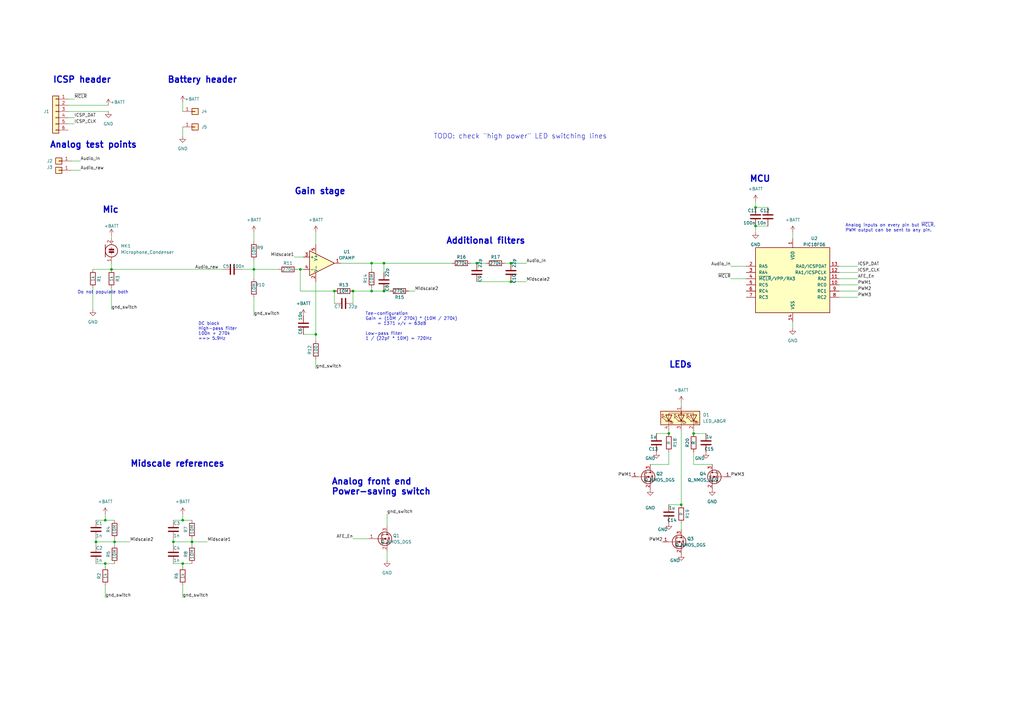
<source format=kicad_sch>
(kicad_sch (version 20211123) (generator eeschema)
  (paper "A3")
  (lib_symbols
    (symbol "Amplifier_Operational:MCP6L91T-EOT" (pin_names (offset 0.127))
      (property "Reference" "U" (at -1.27 6.35 0))
      (property "Value" "MCP6L91T-EOT" (at -1.27 3.81 0))
      (symbol "MCP6L91T-EOT_0_1"
        (polyline (pts (xy -5.08 5.08) (xy 5.08 0) (xy -5.08 -5.08) (xy -5.08 5.08)) (stroke (width 0.254)) (fill (type background)))
        (pin power_in line (at -2.54 -7.62 90) (length 3.81) (name "V-") (number "2"))
        (pin power_in line (at -2.54 7.62 270) (length 3.81) (name "V+") (number "5"))
      )
      (symbol "MCP6L91T-EOT_1_1"
        (pin output line (at 7.62 0 180) (length 2.54) (name "~") (number "1"))
        (pin input line (at -7.62 2.54 0) (length 2.54) (name "+") (number "3"))
        (pin input line (at -7.62 -2.54 0) (length 2.54) (name "-") (number "4"))
      )
    )
    (symbol "Connector_Generic:Conn_01x01" (pin_names (offset 1.016) hide)
      (property "Reference" "J" (at 0 2.54 0))
      (property "Value" "Conn_01x01" (at 0 -2.54 0))
      (symbol "Conn_01x01_1_1"
        (rectangle (start -1.27 0.127) (end 0 -0.127) (stroke (width 0.1524)))
        (rectangle (start -1.27 1.27) (end 1.27 -1.27) (stroke (width 0.254)) (fill (type background)))
        (pin passive line (at -5.08 0 0) (length 3.81) (name "Pin_1") (number "1"))
      )
    )
    (symbol "Connector_Generic:Conn_01x06" (pin_names (offset 1.016) hide)
      (property "Reference" "J" (at 0 7.62 0))
      (property "Value" "Conn_01x06" (at 0 -10.16 0))
      (symbol "Conn_01x06_1_1"
        (rectangle (start -1.27 -7.493) (end 0 -7.747) (stroke (width 0.1524)))
        (rectangle (start -1.27 -4.953) (end 0 -5.207) (stroke (width 0.1524)))
        (rectangle (start -1.27 -2.413) (end 0 -2.667) (stroke (width 0.1524)))
        (rectangle (start -1.27 0.127) (end 0 -0.127) (stroke (width 0.1524)))
        (rectangle (start -1.27 2.667) (end 0 2.413) (stroke (width 0.1524)))
        (rectangle (start -1.27 5.207) (end 0 4.953) (stroke (width 0.1524)))
        (rectangle (start -1.27 6.35) (end 1.27 -8.89) (stroke (width 0.254)) (fill (type background)))
        (pin passive line (at -5.08 5.08 0) (length 3.81) (name "Pin_1") (number "1"))
        (pin passive line (at -5.08 2.54 0) (length 3.81) (name "Pin_2") (number "2"))
        (pin passive line (at -5.08 0 0) (length 3.81) (name "Pin_3") (number "3"))
        (pin passive line (at -5.08 -2.54 0) (length 3.81) (name "Pin_4") (number "4"))
        (pin passive line (at -5.08 -5.08 0) (length 3.81) (name "Pin_5") (number "5"))
        (pin passive line (at -5.08 -7.62 0) (length 3.81) (name "Pin_6") (number "6"))
      )
    )
    (symbol "Device:C" (pin_numbers hide) (pin_names (offset 0.254))
      (property "Reference" "C" (at 0.635 2.54 0))
      (property "Value" "C" (at 0.635 -2.54 0))
      (symbol "C_0_1"
        (polyline (pts (xy -2.032 -0.762) (xy 2.032 -0.762)) (stroke (width 0.508)))
        (polyline (pts (xy -2.032 0.762) (xy 2.032 0.762)) (stroke (width 0.508)))
      )
      (symbol "C_1_1"
        (pin passive line (at 0 3.81 270) (length 2.794) (name "~") (number "1"))
        (pin passive line (at 0 -3.81 90) (length 2.794) (name "~") (number "2"))
      )
    )
    (symbol "Device:LED_ABGR" (pin_names (offset 0) hide)
      (property "Reference" "D" (at 0 9.398 0))
      (property "Value" "LED_ABGR" (at 0 -8.89 0))
      (symbol "LED_ABGR_0_0"
        (text "B" (at -1.905 -6.35 0) (effects (font (size 1.27 1.27))))
        (text "G" (at -1.905 -1.27 0) (effects (font (size 1.27 1.27))))
        (text "R" (at -1.905 3.81 0) (effects (font (size 1.27 1.27))))
      )
      (symbol "LED_ABGR_0_1"
        (polyline (pts (xy -1.27 -5.08) (xy -2.54 -5.08)))
        (polyline (pts (xy -1.27 -5.08) (xy 1.27 -5.08)))
        (polyline (pts (xy -1.27 -3.81) (xy -1.27 -6.35)) (stroke (width 0.254)))
        (polyline (pts (xy -1.27 0) (xy -2.54 0)))
        (polyline (pts (xy -1.27 1.27) (xy -1.27 -1.27)) (stroke (width 0.254)))
        (polyline (pts (xy -1.27 5.08) (xy -2.54 5.08)))
        (polyline (pts (xy -1.27 5.08) (xy 1.27 5.08)))
        (polyline (pts (xy -1.27 6.35) (xy -1.27 3.81)) (stroke (width 0.254)))
        (polyline (pts (xy 1.27 0) (xy -1.27 0)))
        (polyline (pts (xy 1.27 0) (xy 2.54 0)))
        (polyline (pts (xy -1.27 1.27) (xy -1.27 -1.27) (xy -1.27 -1.27)))
        (polyline (pts (xy -1.27 6.35) (xy -1.27 3.81) (xy -1.27 3.81)))
        (polyline (pts (xy 1.27 -5.08) (xy 2.032 -5.08) (xy 2.032 5.08) (xy 1.27 5.08)))
        (polyline (pts (xy 1.27 -3.81) (xy 1.27 -6.35) (xy -1.27 -5.08) (xy 1.27 -3.81)) (stroke (width 0.254)))
        (polyline (pts (xy 1.27 1.27) (xy 1.27 -1.27) (xy -1.27 0) (xy 1.27 1.27)) (stroke (width 0.254)))
        (polyline (pts (xy 1.27 6.35) (xy 1.27 3.81) (xy -1.27 5.08) (xy 1.27 6.35)) (stroke (width 0.254)))
        (polyline (pts (xy -1.016 -3.81) (xy 0.508 -2.286) (xy -0.254 -2.286) (xy 0.508 -2.286) (xy 0.508 -3.048)))
        (polyline (pts (xy -1.016 1.27) (xy 0.508 2.794) (xy -0.254 2.794) (xy 0.508 2.794) (xy 0.508 2.032)))
        (polyline (pts (xy -1.016 6.35) (xy 0.508 7.874) (xy -0.254 7.874) (xy 0.508 7.874) (xy 0.508 7.112)))
        (polyline (pts (xy 0 -3.81) (xy 1.524 -2.286) (xy 0.762 -2.286) (xy 1.524 -2.286) (xy 1.524 -3.048)))
        (polyline (pts (xy 0 1.27) (xy 1.524 2.794) (xy 0.762 2.794) (xy 1.524 2.794) (xy 1.524 2.032)))
        (polyline (pts (xy 0 6.35) (xy 1.524 7.874) (xy 0.762 7.874) (xy 1.524 7.874) (xy 1.524 7.112)))
        (rectangle (start 1.27 -1.27) (end 1.27 1.27))
        (rectangle (start 1.27 1.27) (end 1.27 1.27))
        (rectangle (start 1.27 3.81) (end 1.27 6.35))
        (rectangle (start 1.27 6.35) (end 1.27 6.35))
        (circle (center 2.032 0) (radius 0.254) (fill (type outline)))
        (rectangle (start 2.794 8.382) (end -2.794 -7.62) (stroke (width 0.254)) (fill (type background)))
      )
      (symbol "LED_ABGR_1_1"
        (pin passive line (at 5.08 0 180) (length 2.54) (name "A") (number "1"))
        (pin passive line (at -5.08 -5.08 0) (length 2.54) (name "BK") (number "2"))
        (pin passive line (at -5.08 0 0) (length 2.54) (name "GK") (number "3"))
        (pin passive line (at -5.08 5.08 0) (length 2.54) (name "RK") (number "4"))
      )
    )
    (symbol "Device:Microphone_Condenser" (pin_names (offset 0.0254) hide)
      (property "Reference" "MK" (at -3.302 1.27 0))
      (property "Value" "Microphone_Condenser" (at -3.302 -0.635 0))
      (symbol "Microphone_Condenser_0_1"
        (polyline (pts (xy -2.54 2.54) (xy -2.54 -2.54)) (stroke (width 0.254)))
        (polyline (pts (xy 0 -0.762) (xy 0 -1.524)))
        (polyline (pts (xy 0 0.762) (xy 0 1.524)))
        (polyline (pts (xy 0.254 3.81) (xy 0.762 3.81)))
        (polyline (pts (xy 0.508 4.064) (xy 0.508 3.556)))
        (circle (center 0 0) (radius 2.54) (stroke (width 0.254)))
        (rectangle (start 1.016 -0.254) (end -1.016 -0.762) (fill (type outline)))
        (rectangle (start 1.016 0.762) (end -1.016 0.254) (fill (type outline)))
      )
      (symbol "Microphone_Condenser_1_1"
        (pin passive line (at 0 -5.08 90) (length 2.54) (name "-") (number "1"))
        (pin passive line (at 0 5.08 270) (length 2.54) (name "+") (number "2"))
      )
    )
    (symbol "Device:Q_NMOS_GSD" (pin_names (offset 0) hide)
      (property "Reference" "Q" (at 5.08 1.27 0))
      (property "Value" "Q_NMOS_GSD" (at 5.08 -1.27 0))
      (symbol "Q_NMOS_GSD_0_1"
        (polyline (pts (xy 0.254 0) (xy -2.54 0)))
        (polyline (pts (xy 0.254 1.905) (xy 0.254 -1.905)) (stroke (width 0.254)))
        (polyline (pts (xy 0.762 -1.27) (xy 0.762 -2.286)) (stroke (width 0.254)))
        (polyline (pts (xy 0.762 0.508) (xy 0.762 -0.508)) (stroke (width 0.254)))
        (polyline (pts (xy 0.762 2.286) (xy 0.762 1.27)) (stroke (width 0.254)))
        (polyline (pts (xy 2.54 2.54) (xy 2.54 1.778)))
        (polyline (pts (xy 2.54 -2.54) (xy 2.54 0) (xy 0.762 0)))
        (polyline (pts (xy 0.762 -1.778) (xy 3.302 -1.778) (xy 3.302 1.778) (xy 0.762 1.778)))
        (polyline (pts (xy 1.016 0) (xy 2.032 0.381) (xy 2.032 -0.381) (xy 1.016 0)) (fill (type outline)))
        (polyline (pts (xy 2.794 0.508) (xy 2.921 0.381) (xy 3.683 0.381) (xy 3.81 0.254)))
        (polyline (pts (xy 3.302 0.381) (xy 2.921 -0.254) (xy 3.683 -0.254) (xy 3.302 0.381)))
        (circle (center 1.651 0) (radius 2.794) (stroke (width 0.254)))
        (circle (center 2.54 -1.778) (radius 0.254) (fill (type outline)))
        (circle (center 2.54 1.778) (radius 0.254) (fill (type outline)))
      )
      (symbol "Q_NMOS_GSD_1_1"
        (pin input line (at -5.08 0 0) (length 2.54) (name "G") (number "1"))
        (pin passive line (at 2.54 -5.08 90) (length 2.54) (name "S") (number "2"))
        (pin passive line (at 2.54 5.08 270) (length 2.54) (name "D") (number "3"))
      )
    )
    (symbol "Device:R" (pin_numbers hide) (pin_names (offset 0))
      (property "Reference" "R" (at 2.032 0 90))
      (property "Value" "R" (at 0 0 90))
      (symbol "R_0_1"
        (rectangle (start -1.016 -2.54) (end 1.016 2.54) (stroke (width 0.254)))
      )
      (symbol "R_1_1"
        (pin passive line (at 0 3.81 270) (length 1.27) (name "~") (number "1"))
        (pin passive line (at 0 -3.81 90) (length 1.27) (name "~") (number "2"))
      )
    )
    (symbol "power:+BATT" (power) (pin_names (offset 0))
      (property "Value" "+BATT" (at 0 3.556 0))
      (symbol "+BATT_0_1"
        (polyline (pts (xy -0.762 1.27) (xy 0 2.54)))
        (polyline (pts (xy 0 0) (xy 0 2.54)))
        (polyline (pts (xy 0 2.54) (xy 0.762 1.27)))
      )
      (symbol "+BATT_1_1"
        (pin power_in line (at 0 0 90) (length 0) hide (name "+BATT") (number "1"))
      )
    )
    (symbol "power:GND" (power) (pin_names (offset 0))
      (property "Value" "GND" (at 0 -3.81 0))
      (symbol "GND_0_1"
        (polyline (pts (xy 0 0) (xy 0 -1.27) (xy 1.27 -1.27) (xy 0 -2.54) (xy -1.27 -1.27) (xy 0 -1.27)))
      )
      (symbol "GND_1_1"
        (pin power_in line (at 0 0 270) (length 0) hide (name "GND") (number "1"))
      )
    )
    (symbol "user:PIC18F06Q41" (pin_names (offset 1.27))
      (property "Reference" "U" (at -8.89 8.89 0))
      (property "Value" "PIC18F06Q41" (at 0 -5.08 0))
      (symbol "PIC18F06Q41_0_1"
        (rectangle (start -15.24 12.7) (end 15.24 -13.97) (stroke (width 0.254)) (fill (type background)))
      )
      (symbol "PIC18F06Q41_1_1"
        (pin power_in line (at 0 16.51 270) (length 3.81) (name "VDD") (number "1"))
        (pin bidirectional line (at 19.05 -2.54 180) (length 3.81) (name "RC0") (number "10"))
        (pin bidirectional line (at 19.05 0 180) (length 3.81) (name "RA2") (number "11"))
        (pin bidirectional line (at 19.05 2.54 180) (length 3.81) (name "RA1/ICSPCLK") (number "12"))
        (pin bidirectional line (at 19.05 5.08 180) (length 3.81) (name "RA0/ICSPDAT") (number "13"))
        (pin power_in line (at 0 -17.78 90) (length 3.81) (name "VSS") (number "14"))
        (pin bidirectional line (at -19.05 5.08 0) (length 3.81) (name "RA5") (number "2"))
        (pin bidirectional line (at -19.05 2.54 0) (length 3.81) (name "RA4") (number "3"))
        (pin bidirectional line (at -19.05 0 0) (length 3.81) (name "~{MCLR}/VPP/RA3") (number "4"))
        (pin bidirectional line (at -19.05 -2.54 0) (length 3.81) (name "RC5") (number "5"))
        (pin bidirectional line (at -19.05 -5.08 0) (length 3.81) (name "RC4") (number "6"))
        (pin bidirectional line (at -19.05 -7.62 0) (length 3.81) (name "RC3") (number "7"))
        (pin bidirectional line (at 19.05 -7.62 180) (length 3.81) (name "RC2") (number "8"))
        (pin bidirectional line (at 19.05 -5.08 180) (length 3.81) (name "RC1") (number "9"))
      )
    )
  )
  (junction (at 157.48 119.38))
  (junction (at 209.55 107.95))
  (junction (at 152.4 107.95))
  (junction (at 104.14 110.49))
  (junction (at 45.72 110.49))
  (junction (at 123.19 110.49))
  (junction (at 46.99 222.25))
  (junction (at 195.58 107.95))
  (junction (at 74.93 231.14))
  (junction (at 209.55 115.57))
  (junction (at 309.88 85.09))
  (junction (at 74.93 213.36))
  (junction (at 144.78 119.38))
  (junction (at 274.32 177.8))
  (junction (at 137.16 119.38))
  (junction (at 284.48 177.8))
  (junction (at 43.18 231.14))
  (junction (at 157.48 107.95))
  (junction (at 78.74 222.25))
  (junction (at 309.88 92.71))
  (junction (at 129.54 137.16))
  (junction (at 279.4 207.01))
  (junction (at 152.4 119.38))
  (junction (at 39.37 222.25))
  (junction (at 71.12 222.25))
  (junction (at 43.18 213.36))
  (wire (pts (xy 43.18 213.36) (xy 46.99 213.36)))
  (wire (pts (xy 43.18 240.03) (xy 43.18 245.11)))
  (wire (pts (xy 39.37 213.36) (xy 43.18 213.36)))
  (wire (pts (xy 74.93 231.14) (xy 74.93 232.41)))
  (wire (pts (xy 39.37 231.14) (xy 43.18 231.14)))
  (wire (pts (xy 71.12 220.98) (xy 71.12 222.25)))
  (wire (pts (xy 45.72 96.52) (xy 45.72 97.79)))
  (wire (pts (xy 33.02 69.85) (xy 29.21 69.85)))
  (wire (pts (xy 46.99 222.25) (xy 53.34 222.25)))
  (wire (pts (xy 104.14 106.68) (xy 104.14 110.49)))
  (wire (pts (xy 129.54 100.33) (xy 129.54 95.25)))
  (wire (pts (xy 279.4 176.53) (xy 279.4 207.01)))
  (wire (pts (xy 74.93 240.03) (xy 74.93 245.11)))
  (wire (pts (xy 269.24 177.8) (xy 274.32 177.8)))
  (wire (pts (xy 152.4 107.95) (xy 157.48 107.95)))
  (wire (pts (xy 74.93 41.91) (xy 74.93 45.72)))
  (wire (pts (xy 289.56 177.8) (xy 284.48 177.8)))
  (wire (pts (xy 121.92 110.49) (xy 123.19 110.49)))
  (wire (pts (xy 30.48 40.64) (xy 27.94 40.64)))
  (wire (pts (xy 152.4 110.49) (xy 152.4 107.95)))
  (wire (pts (xy 39.37 220.98) (xy 39.37 222.25)))
  (wire (pts (xy 123.19 119.38) (xy 137.16 119.38)))
  (wire (pts (xy 284.48 176.53) (xy 284.48 177.8)))
  (wire (pts (xy 104.14 95.25) (xy 104.14 99.06)))
  (wire (pts (xy 157.48 119.38) (xy 152.4 119.38)))
  (wire (pts (xy 45.72 110.49) (xy 91.44 110.49)))
  (wire (pts (xy 167.64 119.38) (xy 170.18 119.38)))
  (wire (pts (xy 266.7 190.5) (xy 274.32 190.5)))
  (wire (pts (xy 124.46 137.16) (xy 129.54 137.16)))
  (wire (pts (xy 207.01 107.95) (xy 209.55 107.95)))
  (wire (pts (xy 123.19 110.49) (xy 124.46 110.49)))
  (wire (pts (xy 195.58 107.95) (xy 199.39 107.95)))
  (wire (pts (xy 43.18 210.82) (xy 43.18 213.36)))
  (wire (pts (xy 152.4 119.38) (xy 152.4 118.11)))
  (wire (pts (xy 344.17 114.3) (xy 351.79 114.3)))
  (wire (pts (xy 309.88 92.71) (xy 309.88 95.25)))
  (wire (pts (xy 209.55 115.57) (xy 215.9 115.57)))
  (wire (pts (xy 71.12 213.36) (xy 74.93 213.36)))
  (wire (pts (xy 279.4 165.1) (xy 279.4 166.37)))
  (wire (pts (xy 158.75 226.06) (xy 158.75 229.87)))
  (wire (pts (xy 160.02 119.38) (xy 157.48 119.38)))
  (wire (pts (xy 129.54 151.13) (xy 129.54 147.32)))
  (wire (pts (xy 30.48 48.26) (xy 27.94 48.26)))
  (wire (pts (xy 78.74 222.25) (xy 78.74 223.52)))
  (wire (pts (xy 46.99 222.25) (xy 46.99 223.52)))
  (wire (pts (xy 78.74 220.98) (xy 78.74 222.25)))
  (wire (pts (xy 351.79 109.22) (xy 344.17 109.22)))
  (wire (pts (xy 71.12 231.14) (xy 74.93 231.14)))
  (wire (pts (xy 137.16 124.46) (xy 137.16 119.38)))
  (wire (pts (xy 27.94 43.18) (xy 44.45 43.18)))
  (wire (pts (xy 195.58 115.57) (xy 209.55 115.57)))
  (wire (pts (xy 33.02 66.04) (xy 29.21 66.04)))
  (wire (pts (xy 43.18 231.14) (xy 43.18 232.41)))
  (wire (pts (xy 325.12 132.08) (xy 325.12 134.62)))
  (wire (pts (xy 78.74 222.25) (xy 85.09 222.25)))
  (wire (pts (xy 209.55 107.95) (xy 215.9 107.95)))
  (wire (pts (xy 74.93 231.14) (xy 78.74 231.14)))
  (wire (pts (xy 46.99 220.98) (xy 46.99 222.25)))
  (wire (pts (xy 71.12 222.25) (xy 78.74 222.25)))
  (wire (pts (xy 284.48 185.42) (xy 284.48 190.5)))
  (wire (pts (xy 351.79 116.84) (xy 344.17 116.84)))
  (wire (pts (xy 104.14 110.49) (xy 114.3 110.49)))
  (wire (pts (xy 279.4 214.63) (xy 279.4 217.17)))
  (wire (pts (xy 120.65 105.41) (xy 124.46 105.41)))
  (wire (pts (xy 104.14 121.92) (xy 104.14 129.54)))
  (wire (pts (xy 274.32 185.42) (xy 274.32 190.5)))
  (wire (pts (xy 71.12 222.25) (xy 71.12 223.52)))
  (wire (pts (xy 351.79 121.92) (xy 344.17 121.92)))
  (wire (pts (xy 45.72 107.95) (xy 45.72 110.49)))
  (wire (pts (xy 74.93 213.36) (xy 78.74 213.36)))
  (wire (pts (xy 139.7 107.95) (xy 152.4 107.95)))
  (wire (pts (xy 39.37 222.25) (xy 46.99 222.25)))
  (wire (pts (xy 274.32 207.01) (xy 279.4 207.01)))
  (wire (pts (xy 99.06 110.49) (xy 104.14 110.49)))
  (wire (pts (xy 274.32 176.53) (xy 274.32 177.8)))
  (wire (pts (xy 351.79 111.76) (xy 344.17 111.76)))
  (wire (pts (xy 158.75 215.9) (xy 158.75 210.82)))
  (wire (pts (xy 45.72 118.11) (xy 45.72 127)))
  (wire (pts (xy 144.78 119.38) (xy 144.78 124.46)))
  (wire (pts (xy 27.94 45.72) (xy 44.45 45.72)))
  (wire (pts (xy 144.78 220.98) (xy 151.13 220.98)))
  (wire (pts (xy 157.48 107.95) (xy 157.48 111.76)))
  (wire (pts (xy 104.14 110.49) (xy 104.14 114.3)))
  (wire (pts (xy 306.07 109.22) (xy 299.72 109.22)))
  (wire (pts (xy 38.1 110.49) (xy 45.72 110.49)))
  (wire (pts (xy 123.19 110.49) (xy 123.19 119.38)))
  (wire (pts (xy 157.48 107.95) (xy 185.42 107.95)))
  (wire (pts (xy 74.93 52.07) (xy 74.93 55.88)))
  (wire (pts (xy 309.88 92.71) (xy 314.96 92.71)))
  (wire (pts (xy 38.1 118.11) (xy 38.1 127)))
  (wire (pts (xy 129.54 115.57) (xy 129.54 137.16)))
  (wire (pts (xy 299.72 114.3) (xy 306.07 114.3)))
  (wire (pts (xy 129.54 137.16) (xy 129.54 139.7)))
  (wire (pts (xy 309.88 82.55) (xy 309.88 85.09)))
  (wire (pts (xy 309.88 85.09) (xy 314.96 85.09)))
  (wire (pts (xy 144.78 119.38) (xy 152.4 119.38)))
  (wire (pts (xy 325.12 95.25) (xy 325.12 97.79)))
  (wire (pts (xy 193.04 107.95) (xy 195.58 107.95)))
  (wire (pts (xy 284.48 190.5) (xy 292.1 190.5)))
  (wire (pts (xy 30.48 50.8) (xy 27.94 50.8)))
  (wire (pts (xy 74.93 210.82) (xy 74.93 213.36)))
  (wire (pts (xy 43.18 231.14) (xy 46.99 231.14)))
  (wire (pts (xy 39.37 222.25) (xy 39.37 223.52)))
  (wire (pts (xy 351.79 119.38) (xy 344.17 119.38)))
  (text "MCU" (at 307.34 74.93 0) (effects (font (size 2.54 2.54) (thickness 0.508) bold) (justify left bottom)))
  (text "Mic" (at 41.91 87.63 0) (effects (font (size 2.54 2.54) (thickness 0.508) bold) (justify left bottom)))
  (text "Do not populate both" (at 31.75 120.65 0) (effects (font (size 1.27 1.27)) (justify left bottom)))
  (text "Battery header" (at 68.58 34.29 0) (effects (font (size 2.54 2.54) (thickness 0.508) bold) (justify left bottom)))
  (text "Gain stage" (at 120.65 80.01 0) (effects (font (size 2.54 2.54) (thickness 0.508) bold) (justify left bottom)))
  (text "Tee-configuration\nGain = (10M / 270k) * (10M / 270k)\n     = 1371 v/v = 63dB\n\nLow-pass filter\n1 / (22pF * 10M) = 720Hz" (at 149.86 139.7 0) (effects (font (size 1.27 1.27)) (justify left bottom)))
  (text "Analog front end\nPower-saving switch" (at 135.89 203.2 0) (effects (font (size 2.54 2.54) (thickness 0.508) bold) (justify left bottom)))
  (text "DC block\nHigh-pass filter\n100n + 270k\n==> 5.9Hz" (at 81.28 139.7 0) (effects (font (size 1.27 1.27)) (justify left bottom)))
  (text "Analog inputs on every pin but ~{MCLR}.\nPWM output can be sent to any pin." (at 346.71 95.25 0) (effects (font (size 1.27 1.27)) (justify left bottom)))
  (text "Additional filters" (at 182.88 100.33 0) (effects (font (size 2.54 2.54) (thickness 0.508) bold) (justify left bottom)))
  (text "TODO: check \"high power\" LED switching lines" (at 177.8 57.15 0) (effects (font (size 2 2)) (justify left bottom)))
  (text "LEDs" (at 274.32 151.13 0) (effects (font (size 2.54 2.54) (thickness 0.508) bold) (justify left bottom)))
  (text "Analog test points" (at 20.32 60.96 0) (effects (font (size 2.54 2.54) (thickness 0.508) bold) (justify left bottom)))
  (text "ICSP header" (at 21.59 34.29 0) (effects (font (size 2.54 2.54) (thickness 0.508) bold) (justify left bottom)))
  (text "Midscale references" (at 53.34 191.77 0) (effects (font (size 2.54 2.54) (thickness 0.508) bold) (justify left bottom)))
  (label "~{MCLR}" (at 299.72 114.3 180))
  (label "ICSP_DAT" (at 351.79 109.22 0))
  (label "Midscale2" (at 215.9 115.57 0))
  (label "Midscale2" (at 170.18 119.38 0))
  (label "Midscale1" (at 85.09 222.25 0))
  (label "Audio_raw" (at 33.02 69.85 0))
  (label "PWM2" (at 351.79 119.38 0))
  (label "PWM1" (at 259.08 195.58 180))
  (label "PWM3" (at 351.79 121.92 0))
  (label "gnd_switch" (at 158.75 210.82 0))
  (label "PWM1" (at 351.79 116.84 0))
  (label "Midscale2" (at 53.34 222.25 0))
  (label "gnd_switch" (at 104.14 129.54 0))
  (label "Audio_raw" (at 80.01 110.49 0))
  (label "Midscale1" (at 120.65 105.41 180))
  (label "gnd_switch" (at 129.54 151.13 0))
  (label "PWM2" (at 271.78 222.25 180))
  (label "Audio_In" (at 33.02 66.04 0))
  (label "ICSP_DAT" (at 30.48 48.26 0))
  (label "gnd_switch" (at 45.72 127 0))
  (label "AFE_En" (at 351.79 114.3 0))
  (label "AFE_En" (at 144.78 220.98 180))
  (label "gnd_switch" (at 43.18 245.11 0))
  (label "~{MCLR}" (at 30.48 40.64 0))
  (label "Audio_In" (at 215.9 107.95 0))
  (label "gnd_switch" (at 74.93 245.11 0))
  (label "ICSP_CLK" (at 30.48 50.8 0))
  (label "ICSP_CLK" (at 351.79 111.76 0))
  (label "PWM3" (at 299.72 195.58 0))
  (label "Audio_In" (at 299.72 109.22 180))
  (symbol (lib_id "power:+BATT") (at 74.93 210.82 0) (unit 1)
    (property "Reference" "#PWR08" (effects hide))
    (property "Value" "+BATT" (at 74.93 205.74 0))
  )
  (symbol (lib_id "Connector_Generic:Conn_01x01") (at 80.01 45.72 0) (unit 1)
    (property "Reference" "J4" (at 82.55 45.7199 0) (effects (justify left)))
    (property "Value" "Conn_01x01" (effects hide))
    (property "Footprint" "TestPoint:TestPoint_Loop_D2.50mm_Drill1.0mm" (effects hide))
    (property "PN" "5000 (Keystone)" (effects hide))
  )
  (symbol (lib_id "Device:Microphone_Condenser") (at 45.72 102.87 0) (unit 1)
    (property "Reference" "MK1" (at 49.53 100.9014 0) (effects (justify left)))
    (property "Value" "Microphone_Condenser" (at 49.53 103.4414 0) (effects (justify left)))
    (property "Footprint" "User:ElectretCondenserMic_SMT_MO063602-1" (effects hide))
    (property "Part Number" "MO063602-1" (effects hide))
  )
  (symbol (lib_id "power:+BATT") (at 74.93 41.91 0) (unit 1)
    (property "Reference" "#PWR06" (effects hide))
    (property "Value" "+BATT" (at 78.74 40.64 0))
  )
  (symbol (lib_id "Connector_Generic:Conn_01x06") (at 22.86 45.72 0) (mirror y) (unit 1)
    (property "Reference" "J1" (at 19.05 45.72 0))
    (property "Value" "Conn_01x05" (effects hide))
    (property "Footprint" "Connector_PinHeader_1.27mm:PinHeader_2x03_P1.27mm_Vertical" (effects hide))
  )
  (symbol (lib_id "power:GND") (at 266.7 200.66 0) (unit 1)
    (property "Reference" "#PWR013" (effects hide))
    (property "Value" "GND" (at 266.7 208.28 0))
  )
  (symbol (lib_id "Device:R") (at 38.1 114.3 0) (unit 1)
    (property "Reference" "R1" (at 40.64 114.3 90))
    (property "Value" "1k" (at 38.1 114.3 90))
    (property "Footprint" "Resistor_SMD:R_0603_1608Metric" (effects hide))
  )
  (symbol (lib_id "power:+BATT") (at 104.14 95.25 0) (unit 1)
    (property "Reference" "#PWR09" (effects hide))
    (property "Value" "+BATT" (at 104.14 90.17 0))
  )
  (symbol (lib_id "power:GND") (at 44.45 45.72 0) (mirror y) (unit 1)
    (property "Reference" "#PWR04" (effects hide))
    (property "Value" "GND" (at 44.45 50.8 0))
  )
  (symbol (lib_id "Device:C") (at 314.96 88.9 0) (unit 1)
    (property "Reference" "C12" (at 313.69 86.36 0))
    (property "Value" "10n" (at 312.42 91.44 0))
    (property "Footprint" "Capacitor_SMD:C_0603_1608Metric" (effects hide))
  )
  (symbol (lib_id "power:GND") (at 289.56 185.42 0) (unit 1)
    (property "Reference" "#PWR023" (effects hide))
    (property "Value" "GND" (at 287.02 187.96 0))
  )
  (symbol (lib_id "power:GND") (at 325.12 134.62 0) (unit 1)
    (property "Reference" "#PWR020" (effects hide))
    (property "Value" "GND" (at 325.12 139.7 0))
  )
  (symbol (lib_id "Device:R") (at 104.14 118.11 0) (unit 1)
    (property "Reference" "R10" (at 106.68 116.8399 0))
    (property "Value" "10M" (at 104.14 118.11 90))
    (property "Footprint" "Resistor_SMD:R_0603_1608Metric" (effects hide))
    (property "PN" "RMCF0603FT10M0" (effects hide))
  )
  (symbol (lib_id "Device:Q_NMOS_GSD") (at 276.86 222.25 0) (unit 1)
    (property "Reference" "Q3" (at 283.21 220.9799 0))
    (property "Value" "Q_NMOS_DGS" (at 283.21 223.5199 0))
    (property "Footprint" "Package_TO_SOT_SMD:SOT-23" (effects hide))
  )
  (symbol (lib_id "Device:R") (at 152.4 114.3 180) (unit 1)
    (property "Reference" "R14" (at 149.86 114.3 90))
    (property "Value" "10M" (at 152.4 114.3 90))
    (property "Footprint" "Resistor_SMD:R_0603_1608Metric" (effects hide))
    (property "PN" "RMCF0603FT10M0" (effects hide))
  )
  (symbol (lib_id "Device:R") (at 43.18 236.22 180) (unit 1)
    (property "Reference" "R2" (at 40.64 236.22 90))
    (property "Value" "1k" (at 43.18 236.22 90))
    (property "Footprint" "Resistor_SMD:R_0603_1608Metric" (effects hide))
  )
  (symbol (lib_id "Amplifier_Operational:MCP6L91T-EOT") (at 132.08 107.95 0) (unit 1)
    (property "Reference" "U1" (at 142.24 103.251 0))
    (property "Value" "OPAMP" (at 142.24 105.791 0))
    (property "Footprint" "Package_TO_SOT_SMD:SOT-23-5" (effects hide))
    (property "Datasheet" "https://ww1.microchip.com/downloads/en/DeviceDoc/MCP6061_DS22189B.pdf" (effects hide))
    (property "PN" "MCP6061T-E/OT" (effects hide))
  )
  (symbol (lib_id "Connector_Generic:Conn_01x01") (at 24.13 69.85 0) (mirror y) (unit 1)
    (property "Reference" "J3" (at 21.59 68.5799 0) (effects (justify left)))
    (property "Value" "Conn_01x01" (effects hide))
    (property "Footprint" "TestPoint:TestPoint_Pad_D1.0mm" (effects hide))
  )
  (symbol (lib_id "user:PIC18F06Q41") (at 325.12 114.3 0) (unit 1)
    (property "Reference" "U2" (at 334.01 97.79 0))
    (property "Value" "PIC18F06" (at 334.01 100.33 0))
    (property "Footprint" "Package_SO:TSSOP-14_4.4x5mm_P0.65mm" (effects hide))
    (property "Part Number" "PIC18F06Q41-E/ST" (effects hide))
    (property "Alternate" "PIC18F06Q40-E/ST" (effects hide))
  )
  (symbol (lib_id "Device:Q_NMOS_GSD") (at 294.64 195.58 0) (mirror y) (unit 1)
    (property "Reference" "Q4" (at 288.29 194.3099 0))
    (property "Value" "Q_NMOS_DGS" (at 288.29 196.8499 0))
    (property "Footprint" "Package_TO_SOT_SMD:SOT-23" (effects hide))
  )
  (symbol (lib_id "Device:C") (at 269.24 181.61 0) (unit 1)
    (property "Reference" "C13" (at 267.97 184.15 0))
    (property "Value" "1u" (at 267.97 179.07 0))
    (property "Footprint" "Capacitor_SMD:C_0603_1608Metric" (effects hide))
  )
  (symbol (lib_id "Device:C") (at 209.55 111.76 0) (unit 1)
    (property "Reference" "C10" (at 210.82 114.3 90))
    (property "Value" "22p" (at 210.82 107.95 90))
    (property "Footprint" "Capacitor_SMD:C_0603_1608Metric" (effects hide))
  )
  (symbol (lib_id "power:GND") (at 74.93 55.88 0) (unit 1)
    (property "Reference" "#PWR07" (effects hide))
    (property "Value" "GND" (at 74.93 60.96 0))
  )
  (symbol (lib_id "Device:C") (at 39.37 227.33 180) (unit 1)
    (property "Reference" "C2" (at 39.37 224.79 0) (effects (justify right)))
    (property "Value" "1n" (at 39.37 229.87 0) (effects (justify right)))
    (property "Footprint" "Capacitor_SMD:C_0603_1608Metric" (effects hide))
  )
  (symbol (lib_id "Device:R") (at 104.14 102.87 0) (unit 1)
    (property "Reference" "R9" (at 106.68 101.5999 0))
    (property "Value" "10M" (at 104.14 102.87 90))
    (property "Footprint" "Resistor_SMD:R_0603_1608Metric" (effects hide))
    (property "PN" "RMCF0603FT10M0" (effects hide))
  )
  (symbol (lib_id "Device:R") (at 118.11 110.49 90) (unit 1)
    (property "Reference" "R11" (at 118.11 107.95 90))
    (property "Value" "270k" (at 118.11 110.49 90))
    (property "Footprint" "Resistor_SMD:R_0603_1608Metric" (effects hide))
  )
  (symbol (lib_id "power:GND") (at 269.24 185.42 0) (unit 1)
    (property "Reference" "#PWR021" (effects hide))
    (property "Value" "GND" (at 266.7 187.96 0))
  )
  (symbol (lib_id "Device:R") (at 78.74 217.17 180) (unit 1)
    (property "Reference" "R7" (at 76.2 217.17 90))
    (property "Value" "10M" (at 78.74 217.17 90))
    (property "Footprint" "Resistor_SMD:R_0603_1608Metric" (effects hide))
    (property "PN" "RMCF0603FT10M0" (effects hide))
  )
  (symbol (lib_id "Device:C") (at 157.48 115.57 0) (unit 1)
    (property "Reference" "C8" (at 158.75 118.11 90))
    (property "Value" "22p" (at 158.75 111.76 90))
    (property "Footprint" "Capacitor_SMD:C_0603_1608Metric" (effects hide))
  )
  (symbol (lib_id "Device:R") (at 78.74 227.33 180) (unit 1)
    (property "Reference" "R8" (at 76.2 227.33 90))
    (property "Value" "10M" (at 78.74 227.33 90))
    (property "Footprint" "Resistor_SMD:R_0603_1608Metric" (effects hide))
    (property "PN" "RMCF0603FT10M0" (effects hide))
  )
  (symbol (lib_id "Device:R") (at 189.23 107.95 90) (unit 1)
    (property "Reference" "R16" (at 189.23 105.41 90))
    (property "Value" "270k" (at 189.23 107.95 90))
    (property "Footprint" "Resistor_SMD:R_0603_1608Metric" (effects hide))
    (property "PN" "RMCF0603FT100K" (effects hide))
  )
  (symbol (lib_id "power:GND") (at 309.88 95.25 0) (unit 1)
    (property "Reference" "#PWR018" (effects hide))
    (property "Value" "GND" (at 309.88 100.33 0))
  )
  (symbol (lib_id "power:+BATT") (at 124.46 129.54 0) (unit 1)
    (property "Reference" "#PWR010" (effects hide))
    (property "Value" "+BATT" (at 124.46 124.46 0))
  )
  (symbol (lib_id "Device:C") (at 195.58 111.76 0) (unit 1)
    (property "Reference" "C9" (at 196.85 114.3 90))
    (property "Value" "22p" (at 196.85 107.95 90))
    (property "Footprint" "Capacitor_SMD:C_0603_1608Metric" (effects hide))
  )
  (symbol (lib_id "Device:R") (at 140.97 119.38 90) (unit 1)
    (property "Reference" "R13" (at 140.97 116.84 90))
    (property "Value" "10M" (at 140.97 119.38 90))
    (property "Footprint" "Resistor_SMD:R_0603_1608Metric" (effects hide))
    (property "PN" "RMCF0603FT10M0" (effects hide))
  )
  (symbol (lib_id "power:+BATT") (at 43.18 210.82 0) (unit 1)
    (property "Reference" "#PWR02" (effects hide))
    (property "Value" "+BATT" (at 43.18 205.74 0))
  )
  (symbol (lib_id "Device:R") (at 46.99 227.33 180) (unit 1)
    (property "Reference" "R5" (at 44.45 227.33 90))
    (property "Value" "10M" (at 46.99 227.33 90))
    (property "Footprint" "Resistor_SMD:R_0603_1608Metric" (effects hide))
    (property "PN" "RMCF0603FT10M0" (effects hide))
  )
  (symbol (lib_id "Device:LED_ABGR") (at 279.4 171.45 90) (unit 1)
    (property "Reference" "D1" (at 288.29 170.1799 90) (effects (justify right)))
    (property "Value" "LED_ABGR" (at 288.29 172.7199 90) (effects (justify right)))
    (property "Footprint" "User:PLCC-4" (effects hide))
    (property "PN" "CLMVC-FKA-CL1D1L71BB7C3C3" (effects hide))
  )
  (symbol (lib_id "power:+BATT") (at 45.72 96.52 0) (unit 1)
    (property "Reference" "#PWR05" (effects hide))
    (property "Value" "+BATT" (at 45.72 92.71 0))
  )
  (symbol (lib_id "Device:C") (at 71.12 217.17 180) (unit 1)
    (property "Reference" "C3" (at 71.12 214.63 0) (effects (justify right)))
    (property "Value" "1n" (at 71.12 219.71 0) (effects (justify right)))
    (property "Footprint" "Capacitor_SMD:C_0603_1608Metric" (effects hide))
  )
  (symbol (lib_id "power:+BATT") (at 44.45 43.18 0) (mirror y) (unit 1)
    (property "Reference" "#PWR03" (effects hide))
    (property "Value" "+BATT" (at 48.26 41.91 0))
  )
  (symbol (lib_id "power:+BATT") (at 325.12 95.25 0) (unit 1)
    (property "Reference" "#PWR019" (effects hide))
    (property "Value" "+BATT" (at 325.12 90.17 0))
  )
  (symbol (lib_id "Device:R") (at 279.4 210.82 0) (unit 1)
    (property "Reference" "R19" (at 281.94 210.82 90))
    (property "Value" "R" (at 279.4 210.82 90))
    (property "Footprint" "Resistor_SMD:R_0603_1608Metric" (effects hide))
  )
  (symbol (lib_id "power:+BATT") (at 279.4 165.1 0) (unit 1)
    (property "Reference" "#PWR014" (effects hide))
    (property "Value" "+BATT" (at 279.4 160.02 0))
  )
  (symbol (lib_id "Device:C") (at 71.12 227.33 180) (unit 1)
    (property "Reference" "C4" (at 71.12 224.79 0) (effects (justify right)))
    (property "Value" "1n" (at 71.12 229.87 0) (effects (justify right)))
    (property "Footprint" "Capacitor_SMD:C_0603_1608Metric" (effects hide))
  )
  (symbol (lib_id "Device:R") (at 129.54 143.51 180) (unit 1)
    (property "Reference" "R12" (at 127 143.51 90))
    (property "Value" "100" (at 129.54 143.51 90))
    (property "Footprint" "Resistor_SMD:R_0603_1608Metric" (effects hide))
  )
  (symbol (lib_id "power:GND") (at 38.1 127 0) (unit 1)
    (property "Reference" "#PWR01" (effects hide))
    (property "Value" "GND" (at 38.1 132.08 0))
  )
  (symbol (lib_id "Device:R") (at 163.83 119.38 90) (unit 1)
    (property "Reference" "R15" (at 163.83 121.92 90))
    (property "Value" "270k" (at 163.83 119.38 90))
    (property "Footprint" "Resistor_SMD:R_0603_1608Metric" (effects hide))
    (property "PN" "RMCF0603FT100K" (effects hide))
  )
  (symbol (lib_id "Device:C") (at 95.25 110.49 90) (unit 1)
    (property "Reference" "C5" (at 92.71 109.22 90))
    (property "Value" "100n" (at 97.79 109.22 90))
    (property "Footprint" "Capacitor_SMD:C_0603_1608Metric" (effects hide))
  )
  (symbol (lib_id "Device:C") (at 39.37 217.17 180) (unit 1)
    (property "Reference" "C1" (at 39.37 214.63 0) (effects (justify right)))
    (property "Value" "1n" (at 39.37 219.71 0) (effects (justify right)))
    (property "Footprint" "Capacitor_SMD:C_0603_1608Metric" (effects hide))
  )
  (symbol (lib_id "Device:R") (at 203.2 107.95 90) (unit 1)
    (property "Reference" "R17" (at 203.2 105.41 90))
    (property "Value" "270k" (at 203.2 107.95 90))
    (property "Footprint" "Resistor_SMD:R_0603_1608Metric" (effects hide))
    (property "PN" "RMCF0603FT100K" (effects hide))
  )
  (symbol (lib_id "power:GND") (at 279.4 227.33 0) (unit 1)
    (property "Reference" "#PWR015" (effects hide))
    (property "Value" "GND" (at 276.86 229.87 0))
  )
  (symbol (lib_id "Device:R") (at 274.32 181.61 0) (unit 1)
    (property "Reference" "R18" (at 276.86 181.61 90))
    (property "Value" "R" (at 274.32 181.61 90))
    (property "Footprint" "Resistor_SMD:R_0603_1608Metric" (effects hide))
  )
  (symbol (lib_id "Device:R") (at 284.48 181.61 0) (unit 1)
    (property "Reference" "R20" (at 281.94 181.61 90))
    (property "Value" "R" (at 284.48 181.61 90))
    (property "Footprint" "Resistor_SMD:R_0603_1608Metric" (effects hide))
  )
  (symbol (lib_id "Device:R") (at 74.93 236.22 180) (unit 1)
    (property "Reference" "R6" (at 72.39 236.22 90))
    (property "Value" "1k" (at 74.93 236.22 90))
    (property "Footprint" "Resistor_SMD:R_0603_1608Metric" (effects hide))
  )
  (symbol (lib_id "power:+BATT") (at 309.88 82.55 0) (unit 1)
    (property "Reference" "#PWR017" (effects hide))
    (property "Value" "+BATT" (at 309.88 77.47 0))
  )
  (symbol (lib_id "Device:C") (at 274.32 210.82 0) (unit 1)
    (property "Reference" "C14" (at 275.59 213.36 0))
    (property "Value" "1u" (at 275.59 208.28 0))
    (property "Footprint" "Capacitor_SMD:C_0603_1608Metric" (effects hide))
  )
  (symbol (lib_id "Device:Q_NMOS_GSD") (at 156.21 220.98 0) (unit 1)
    (property "Reference" "Q1" (at 162.56 219.7099 0))
    (property "Value" "Q_NMOS_DGS" (at 162.56 222.2499 0))
    (property "Footprint" "Package_TO_SOT_SMD:SOT-23" (effects hide))
    (property "PN" "RUC002N05HZGT116" (effects hide))
  )
  (symbol (lib_id "Device:R") (at 45.72 114.3 0) (unit 1)
    (property "Reference" "R3" (at 48.26 114.3 90))
    (property "Value" "1k" (at 45.72 114.3 90))
    (property "Footprint" "Resistor_SMD:R_0603_1608Metric" (effects hide))
  )
  (symbol (lib_id "power:GND") (at 274.32 214.63 0) (unit 1)
    (property "Reference" "#PWR022" (effects hide))
    (property "Value" "GND" (at 271.78 217.17 0))
  )
  (symbol (lib_id "power:GND") (at 292.1 200.66 0) (mirror y) (unit 1)
    (property "Reference" "#PWR016" (effects hide))
    (property "Value" "GND" (at 292.1 205.74 0))
  )
  (symbol (lib_id "Device:C") (at 124.46 133.35 0) (unit 1)
    (property "Reference" "C6" (at 123.19 135.89 90))
    (property "Value" "10n" (at 123.19 129.54 90))
    (property "Footprint" "Capacitor_SMD:C_0603_1608Metric" (effects hide))
  )
  (symbol (lib_id "Connector_Generic:Conn_01x01") (at 24.13 66.04 0) (mirror y) (unit 1)
    (property "Reference" "J2" (at 21.59 66.0399 0) (effects (justify left)))
    (property "Value" "Conn_01x01" (effects hide))
    (property "Footprint" "TestPoint:TestPoint_Pad_D1.0mm" (effects hide))
  )
  (symbol (lib_id "Device:C") (at 289.56 181.61 0) (unit 1)
    (property "Reference" "C15" (at 290.83 184.15 0))
    (property "Value" "1u" (at 290.83 179.07 0))
    (property "Footprint" "Capacitor_SMD:C_0603_1608Metric" (effects hide))
  )
  (symbol (lib_id "power:+BATT") (at 129.54 95.25 0) (unit 1)
    (property "Reference" "#PWR011" (effects hide))
    (property "Value" "+BATT" (at 129.54 90.17 0))
  )
  (symbol (lib_id "Connector_Generic:Conn_01x01") (at 80.01 52.07 0) (unit 1)
    (property "Reference" "J5" (at 82.55 52.0699 0) (effects (justify left)))
    (property "Value" "Conn_01x01" (effects hide))
    (property "Footprint" "TestPoint:TestPoint_Loop_D2.50mm_Drill1.0mm" (effects hide))
    (property "PN" "5000 (Keystone)" (effects hide))
  )
  (symbol (lib_id "power:GND") (at 158.75 229.87 0) (unit 1)
    (property "Reference" "#PWR012" (effects hide))
    (property "Value" "GND" (at 158.75 234.95 0))
  )
  (symbol (lib_id "Device:C") (at 309.88 88.9 0) (unit 1)
    (property "Reference" "C11" (at 308.61 86.36 0))
    (property "Value" "100n" (at 307.34 91.44 0))
    (property "Footprint" "Capacitor_SMD:C_0603_1608Metric" (effects hide))
  )
  (symbol (lib_id "Device:R") (at 46.99 217.17 180) (unit 1)
    (property "Reference" "R4" (at 44.45 217.17 90))
    (property "Value" "10M" (at 46.99 217.17 90))
    (property "Footprint" "Resistor_SMD:R_0603_1608Metric" (effects hide))
    (property "PN" "RMCF0603FT10M0" (effects hide))
  )
  (symbol (lib_id "Device:C") (at 140.97 124.46 270) (unit 1)
    (property "Reference" "C7" (at 138.43 125.73 90))
    (property "Value" "22p" (at 144.78 125.73 90))
    (property "Footprint" "Capacitor_SMD:C_0603_1608Metric" (effects hide))
  )
  (symbol (lib_id "Device:Q_NMOS_GSD") (at 264.16 195.58 0) (unit 1)
    (property "Reference" "Q2" (at 270.51 194.3099 0))
    (property "Value" "Q_NMOS_DGS" (at 270.51 196.8499 0))
    (property "Footprint" "Package_TO_SOT_SMD:SOT-23" (effects hide))
  )
)
</source>
